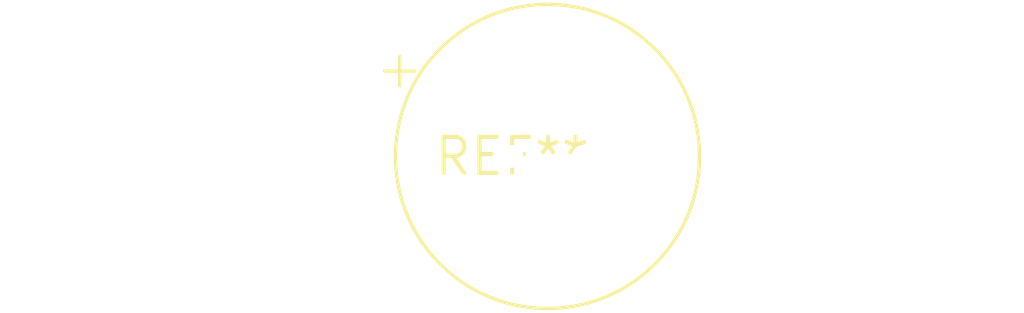
<source format=kicad_pcb>
(kicad_pcb (version 20240108) (generator pcbnew)
  (layers (0 "F.Cu" signal) (31 "B.Cu" signal) (34 "B.Paste" user) (35 "F.Paste" user) (36 "B.SilkS" user "B.Silkscreen") (37 "F.SilkS" user "F.Silkscreen") (38 "B.Mask" user) (39 "F.Mask" user) (44 "Edge.Cuts" user))
  (net 0 "")
  (footprint "CP_Radial_Tantal_D10.5mm_P2.50mm" (layer "F.Cu") (at 0 0)
    (property "Reference" "REF**")
    (property "Value" "CP_Radial_Tantal_D10.5mm_P2.50mm")
    (fp_line (start -4.497133 -3.015) (end -3.447133 -3.015) (layer "F.SilkS") (stroke (width 0.12)))
    (fp_line (start -3.972133 -3.54) (end -3.972133 -2.49) (layer "F.SilkS") (stroke (width 0.12)))
    (fp_circle (center 1.25 0) (end 6.62 0) (layer "F.SilkS") (stroke (width 0.12)) (fill none))
    (pad "1" thru_hole rect (at 0 0) (size 1.6 1.6) (drill 0.8) (layers *.Cu *.Mask) (remove_unused_layers))
    (pad "2" thru_hole circle (at 2.5 0) (size 1.6 1.6) (drill 0.8) (layers *.Cu *.Mask) (remove_unused_layers))
  )
)
</source>
